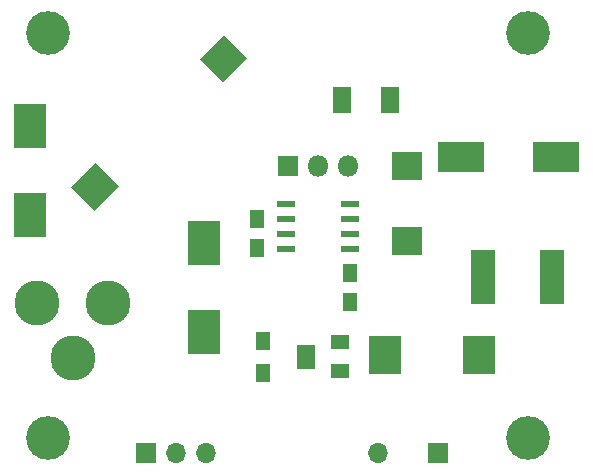
<source format=gts>
G04 #@! TF.FileFunction,Soldermask,Top*
%FSLAX46Y46*%
G04 Gerber Fmt 4.6, Leading zero omitted, Abs format (unit mm)*
G04 Created by KiCad (PCBNEW 4.0.6) date 05/06/17 21:56:08*
%MOMM*%
%LPD*%
G01*
G04 APERTURE LIST*
%ADD10C,0.100000*%
%ADD11R,1.300000X1.500000*%
%ADD12R,1.700000X1.700000*%
%ADD13O,1.700000X1.700000*%
%ADD14R,1.600000X2.000000*%
%ADD15R,1.600000X1.300000*%
%ADD16R,2.700000X3.200000*%
%ADD17R,1.250000X1.500000*%
%ADD18R,1.550000X0.600000*%
%ADD19R,1.800000X1.800000*%
%ADD20O,1.800000X1.800000*%
%ADD21C,3.700000*%
%ADD22R,2.500000X2.400000*%
%ADD23R,2.700000X3.750000*%
%ADD24R,2.000000X4.600000*%
%ADD25R,1.524000X2.180000*%
%ADD26R,4.000000X2.500000*%
%ADD27C,3.810000*%
G04 APERTURE END LIST*
D10*
D11*
X67691000Y-56562000D03*
X67691000Y-59262000D03*
D12*
X82550000Y-66040000D03*
D13*
X77470000Y-66040000D03*
D14*
X71321000Y-57912000D03*
D15*
X74221000Y-56662000D03*
X74221000Y-59162000D03*
D16*
X85992000Y-57785000D03*
X78092000Y-57785000D03*
D17*
X75057000Y-50820000D03*
X75057000Y-53320000D03*
D10*
G36*
X53444387Y-45556441D02*
X51471559Y-43583613D01*
X53536311Y-41518861D01*
X55509139Y-43491689D01*
X53444387Y-45556441D01*
X53444387Y-45556441D01*
G37*
G36*
X64319689Y-34681139D02*
X62346861Y-32708311D01*
X64411613Y-30643559D01*
X66384441Y-32616387D01*
X64319689Y-34681139D01*
X64319689Y-34681139D01*
G37*
D18*
X69690000Y-44958000D03*
X69690000Y-46228000D03*
X69690000Y-47498000D03*
X69690000Y-48768000D03*
X75090000Y-48768000D03*
X75090000Y-47498000D03*
X75090000Y-46228000D03*
X75090000Y-44958000D03*
D17*
X67183000Y-46248000D03*
X67183000Y-48748000D03*
D19*
X69850000Y-41783000D03*
D20*
X72390000Y-41783000D03*
X74930000Y-41783000D03*
D21*
X49530000Y-30480000D03*
D22*
X79883000Y-41808000D03*
X79883000Y-48108000D03*
D23*
X62738000Y-48295000D03*
X62738000Y-55845000D03*
D12*
X57785000Y-66040000D03*
D13*
X60325000Y-66040000D03*
X62865000Y-66040000D03*
D21*
X49530000Y-64770000D03*
X90170000Y-64770000D03*
D24*
X86381000Y-51181000D03*
X92181000Y-51181000D03*
D21*
X90170000Y-30480000D03*
D25*
X78494000Y-36195000D03*
X74414000Y-36195000D03*
D26*
X84519000Y-41021000D03*
X92519000Y-41021000D03*
D23*
X48000920Y-45893280D03*
X48000920Y-38343280D03*
D27*
X48610000Y-53340000D03*
X54610000Y-53340000D03*
X51610000Y-58040000D03*
M02*

</source>
